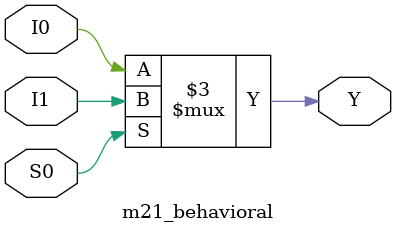
<source format=v>
module m21_behavioral(
    input I0,
    input I1,
    input S0,
    output reg Y
);

    always @(I0,I1,S0) begin
        if( S0 )begin
            Y = I1;
        end
        else begin
            Y = I0;
        end
    end

endmodule
</source>
